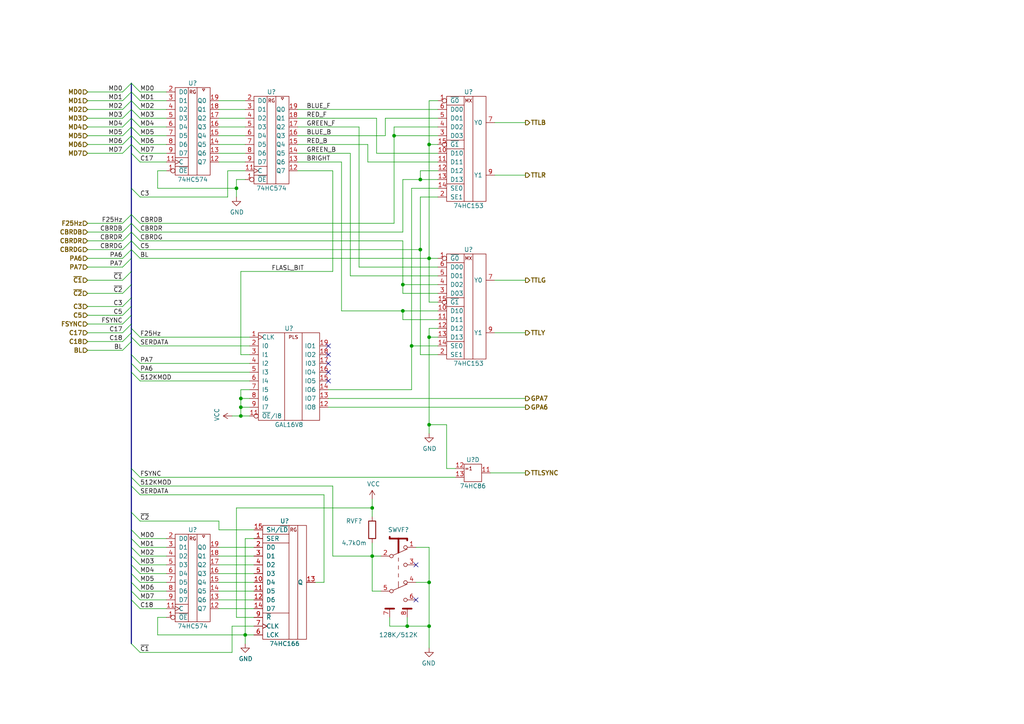
<source format=kicad_sch>
(kicad_sch (version 20211123) (generator eeschema)
  (paper "A4")
  (lib_symbols
    (symbol "74HC574_1" (pin_names (offset 1.016))
      (property "Reference" "U" (at 0 13.97 0))
      (property "Value" "74HC574_1" (at 0 -13.97 0))
      (symbol "74HC574_1_0_1"
        (polyline (pts (xy -5.08 -7.62) (xy -1.27 -7.62)))
        (polyline (pts (xy -1.27 -10.16) (xy -5.08 -10.16)))
        (polyline (pts (xy -1.27 12.7) (xy -1.27 -12.7)))
        (polyline (pts (xy 1.27 -12.7) (xy 1.27 12.7)))
        (polyline (pts (xy 3.175 11.684) (xy 2.794 12.319) (xy 3.556 12.319) (xy 3.175 11.684)))
      )
      (symbol "74HC574_1_1_1"
        (rectangle (start -5.08 -12.7) (end 5.08 12.7))
        (text "RG" (at 0 11.43 0) (effects (font (size 1 1))))
        (pin input inverted (at -7.62 -11.43 0) (length 2.54) (name "~{OE}") (number "1"))
        (pin power_in line (at 5.08 -12.7 180) (length 0) hide (name "GND") (number "10"))
        (pin input clock (at -7.62 -8.89 0) (length 2.54) (name "C") (number "11"))
        (pin tri_state line (at 7.62 -8.89 180) (length 2.54) (name "Q7") (number "12"))
        (pin tri_state line (at 7.62 -6.35 180) (length 2.54) (name "Q6") (number "13"))
        (pin tri_state line (at 7.62 -3.81 180) (length 2.54) (name "Q5") (number "14"))
        (pin tri_state line (at 7.62 -1.27 180) (length 2.54) (name "Q4") (number "15"))
        (pin tri_state line (at 7.62 1.27 180) (length 2.54) (name "Q3") (number "16"))
        (pin tri_state line (at 7.62 3.81 180) (length 2.54) (name "Q2") (number "17"))
        (pin tri_state line (at 7.62 6.35 180) (length 2.54) (name "Q1") (number "18"))
        (pin tri_state line (at 7.62 8.89 180) (length 2.54) (name "Q0") (number "19"))
        (pin input line (at -7.62 11.43 0) (length 2.54) (name "D0") (number "2"))
        (pin power_in line (at 5.08 12.7 180) (length 0) hide (name "VCC") (number "20"))
        (pin input line (at -7.62 8.89 0) (length 2.54) (name "D1") (number "3"))
        (pin input line (at -7.62 6.35 0) (length 2.54) (name "D2") (number "4"))
        (pin input line (at -7.62 3.81 0) (length 2.54) (name "D3") (number "5"))
        (pin input line (at -7.62 1.27 0) (length 2.54) (name "D4") (number "6"))
        (pin input line (at -7.62 -1.27 0) (length 2.54) (name "D5") (number "7"))
        (pin input line (at -7.62 -3.81 0) (length 2.54) (name "D6") (number "8"))
        (pin input line (at -7.62 -6.35 0) (length 2.54) (name "D7") (number "9"))
      )
    )
    (symbol "74HC574_2" (pin_names (offset 1.016))
      (property "Reference" "U" (at 0 13.97 0))
      (property "Value" "74HC574_2" (at 0 -13.97 0))
      (symbol "74HC574_2_0_1"
        (polyline (pts (xy -5.08 -7.62) (xy -1.27 -7.62)))
        (polyline (pts (xy -1.27 -10.16) (xy -5.08 -10.16)))
        (polyline (pts (xy -1.27 12.7) (xy -1.27 -12.7)))
        (polyline (pts (xy 1.27 -12.7) (xy 1.27 12.7)))
        (polyline (pts (xy 3.175 11.684) (xy 2.794 12.319) (xy 3.556 12.319) (xy 3.175 11.684)))
      )
      (symbol "74HC574_2_1_1"
        (rectangle (start -5.08 -12.7) (end 5.08 12.7))
        (text "RG" (at 0 11.43 0) (effects (font (size 1 1))))
        (pin input inverted (at -7.62 -11.43 0) (length 2.54) (name "~{OE}") (number "1"))
        (pin power_in line (at 5.08 -12.7 180) (length 0) hide (name "GND") (number "10"))
        (pin input clock (at -7.62 -8.89 0) (length 2.54) (name "C") (number "11"))
        (pin tri_state line (at 7.62 -8.89 180) (length 2.54) (name "Q7") (number "12"))
        (pin tri_state line (at 7.62 -6.35 180) (length 2.54) (name "Q6") (number "13"))
        (pin tri_state line (at 7.62 -3.81 180) (length 2.54) (name "Q5") (number "14"))
        (pin tri_state line (at 7.62 -1.27 180) (length 2.54) (name "Q4") (number "15"))
        (pin tri_state line (at 7.62 1.27 180) (length 2.54) (name "Q3") (number "16"))
        (pin tri_state line (at 7.62 3.81 180) (length 2.54) (name "Q2") (number "17"))
        (pin tri_state line (at 7.62 6.35 180) (length 2.54) (name "Q1") (number "18"))
        (pin tri_state line (at 7.62 8.89 180) (length 2.54) (name "Q0") (number "19"))
        (pin input line (at -7.62 11.43 0) (length 2.54) (name "D0") (number "2"))
        (pin power_in line (at 5.08 12.7 180) (length 0) hide (name "VCC") (number "20"))
        (pin input line (at -7.62 8.89 0) (length 2.54) (name "D1") (number "3"))
        (pin input line (at -7.62 6.35 0) (length 2.54) (name "D2") (number "4"))
        (pin input line (at -7.62 3.81 0) (length 2.54) (name "D3") (number "5"))
        (pin input line (at -7.62 1.27 0) (length 2.54) (name "D4") (number "6"))
        (pin input line (at -7.62 -1.27 0) (length 2.54) (name "D5") (number "7"))
        (pin input line (at -7.62 -3.81 0) (length 2.54) (name "D6") (number "8"))
        (pin input line (at -7.62 -6.35 0) (length 2.54) (name "D7") (number "9"))
      )
    )
    (symbol "74IEC:74HC166" (pin_names (offset 1.016))
      (property "Reference" "U" (at 0 17.78 0))
      (property "Value" "74HC166" (at 0 -17.78 0))
      (symbol "74HC166_0_0"
        (polyline (pts (xy -6.35 13.97) (xy 1.27 13.97)))
        (polyline (pts (xy 3.81 16.51) (xy 3.81 -16.51)))
        (text "RG" (at 2.54 15.24 0) (effects (font (size 1 1))))
      )
      (symbol "74HC166_0_1"
        (rectangle (start -6.35 16.51) (end 6.35 -16.51))
        (polyline (pts (xy -6.35 -8.89) (xy 1.27 -8.89)))
        (polyline (pts (xy -6.35 11.43) (xy 1.27 11.43)))
        (polyline (pts (xy 1.27 13.97) (xy 1.27 16.51) (xy 1.27 -15.24) (xy 1.27 -16.51)))
        (pin power_in line (at 6.35 16.51 180) (length 0) hide (name "VCC") (number "16"))
        (pin power_in line (at 6.35 -16.51 180) (length 0) hide (name "GND") (number "8"))
      )
      (symbol "74HC166_1_1"
        (pin input line (at -8.89 12.7 0) (length 2.54) (name "SER") (number "1"))
        (pin input line (at -8.89 0 0) (length 2.54) (name "D4") (number "10"))
        (pin input line (at -8.89 -2.54 0) (length 2.54) (name "D5") (number "11"))
        (pin input line (at -8.89 -5.08 0) (length 2.54) (name "D6") (number "12"))
        (pin output line (at 8.89 0 180) (length 2.54) (name "Q") (number "13"))
        (pin input line (at -8.89 -7.62 0) (length 2.54) (name "D7") (number "14"))
        (pin input line (at -8.89 15.24 0) (length 2.54) (name "SH/~{LD}") (number "15"))
        (pin input line (at -8.89 10.16 0) (length 2.54) (name "D0") (number "2"))
        (pin input line (at -8.89 7.62 0) (length 2.54) (name "D1") (number "3"))
        (pin input line (at -8.89 5.08 0) (length 2.54) (name "D2") (number "4"))
        (pin input line (at -8.89 2.54 0) (length 2.54) (name "D3") (number "5"))
        (pin input line (at -8.89 -15.24 0) (length 2.54) (name "LCK") (number "6"))
        (pin input clock (at -8.89 -12.7 0) (length 2.54) (name "CLK") (number "7"))
        (pin input line (at -8.89 -10.16 0) (length 2.54) (name "~{R}") (number "9"))
      )
    )
    (symbol "74IEC:74HC574" (pin_names (offset 1.016))
      (property "Reference" "U" (at 0 13.97 0))
      (property "Value" "74HC574" (at 0 -13.97 0))
      (symbol "74HC574_0_1"
        (polyline (pts (xy -5.08 -7.62) (xy -1.27 -7.62)))
        (polyline (pts (xy -1.27 -10.16) (xy -5.08 -10.16)))
        (polyline (pts (xy -1.27 12.7) (xy -1.27 -12.7)))
        (polyline (pts (xy 1.27 -12.7) (xy 1.27 12.7)))
        (polyline (pts (xy 3.175 11.684) (xy 2.794 12.319) (xy 3.556 12.319) (xy 3.175 11.684)))
      )
      (symbol "74HC574_1_1"
        (rectangle (start -5.08 -12.7) (end 5.08 12.7))
        (text "RG" (at 0 11.43 0) (effects (font (size 1 1))))
        (pin input inverted (at -7.62 -11.43 0) (length 2.54) (name "~{OE}") (number "1"))
        (pin power_in line (at 5.08 -12.7 180) (length 0) hide (name "GND") (number "10"))
        (pin input clock (at -7.62 -8.89 0) (length 2.54) (name "C") (number "11"))
        (pin tri_state line (at 7.62 -8.89 180) (length 2.54) (name "Q7") (number "12"))
        (pin tri_state line (at 7.62 -6.35 180) (length 2.54) (name "Q6") (number "13"))
        (pin tri_state line (at 7.62 -3.81 180) (length 2.54) (name "Q5") (number "14"))
        (pin tri_state line (at 7.62 -1.27 180) (length 2.54) (name "Q4") (number "15"))
        (pin tri_state line (at 7.62 1.27 180) (length 2.54) (name "Q3") (number "16"))
        (pin tri_state line (at 7.62 3.81 180) (length 2.54) (name "Q2") (number "17"))
        (pin tri_state line (at 7.62 6.35 180) (length 2.54) (name "Q1") (number "18"))
        (pin tri_state line (at 7.62 8.89 180) (length 2.54) (name "Q0") (number "19"))
        (pin input line (at -7.62 11.43 0) (length 2.54) (name "D0") (number "2"))
        (pin power_in line (at 5.08 12.7 180) (length 0) hide (name "VCC") (number "20"))
        (pin input line (at -7.62 8.89 0) (length 2.54) (name "D1") (number "3"))
        (pin input line (at -7.62 6.35 0) (length 2.54) (name "D2") (number "4"))
        (pin input line (at -7.62 3.81 0) (length 2.54) (name "D3") (number "5"))
        (pin input line (at -7.62 1.27 0) (length 2.54) (name "D4") (number "6"))
        (pin input line (at -7.62 -1.27 0) (length 2.54) (name "D5") (number "7"))
        (pin input line (at -7.62 -3.81 0) (length 2.54) (name "D6") (number "8"))
        (pin input line (at -7.62 -6.35 0) (length 2.54) (name "D7") (number "9"))
      )
    )
    (symbol "74IEC:74HC86" (pin_names (offset 1.016) hide)
      (property "Reference" "U" (at 0 3.81 0))
      (property "Value" "74HC86" (at 0 -3.81 0))
      (symbol "74HC86_0_0"
        (text "=1" (at -1.27 1.27 0) (effects (font (size 1 1))))
      )
      (symbol "74HC86_0_1"
        (rectangle (start -2.54 -2.54) (end 2.54 2.54))
        (pin power_in line (at 2.54 2.54 180) (length 0) hide (name "VCC") (number "14"))
        (pin power_in line (at 2.54 -2.54 180) (length 0) hide (name "GND") (number "7"))
      )
      (symbol "74HC86_1_1"
        (pin input line (at -5.08 1.27 0) (length 2.54) (name "A") (number "1"))
        (pin input line (at -5.08 -1.27 0) (length 2.54) (name "B") (number "2"))
        (pin output line (at 5.08 0 180) (length 2.54) (name "Y") (number "3"))
      )
      (symbol "74HC86_2_1"
        (pin input line (at -5.08 1.27 0) (length 2.54) (name "A") (number "4"))
        (pin input line (at -5.08 -1.27 0) (length 2.54) (name "B") (number "5"))
        (pin output line (at 5.08 0 180) (length 2.54) (name "Y") (number "6"))
      )
      (symbol "74HC86_3_1"
        (pin input line (at -5.08 -1.27 0) (length 2.54) (name "B") (number "10"))
        (pin output line (at 5.08 0 180) (length 2.54) (name "Y") (number "8"))
        (pin input line (at -5.08 1.27 0) (length 2.54) (name "A") (number "9"))
      )
      (symbol "74HC86_4_1"
        (pin output line (at 5.08 0 180) (length 2.54) (name "Y") (number "11"))
        (pin input line (at -5.08 1.27 0) (length 2.54) (name "A") (number "12"))
        (pin input line (at -5.08 -1.27 0) (length 2.54) (name "B") (number "13"))
      )
    )
    (symbol "74IEC:74XX153" (pin_names (offset 1.016))
      (property "Reference" "U" (at 0 16.51 0))
      (property "Value" "74XX153" (at 0 -16.51 0))
      (symbol "74XX153_0_0"
        (polyline (pts (xy -6.35 -10.16) (xy -1.27 -10.16)))
        (polyline (pts (xy -6.35 0) (xy -1.27 0)))
        (polyline (pts (xy -6.35 2.54) (xy -1.27 2.54)))
        (polyline (pts (xy -6.35 12.7) (xy -1.27 12.7)))
        (text "MX" (at 0 13.97 0) (effects (font (size 1 1))))
      )
      (symbol "74XX153_0_1"
        (rectangle (start -6.35 -15.24) (end 5.08 15.24))
        (polyline (pts (xy -1.27 15.24) (xy -1.27 -15.24)))
        (polyline (pts (xy 1.27 -15.24) (xy 1.27 15.24)))
        (pin power_in line (at 5.08 15.24 180) (length 0) hide (name "VCC") (number "16"))
        (pin power_in line (at 5.08 -15.24 180) (length 0) hide (name "GND") (number "8"))
      )
      (symbol "74XX153_1_1"
        (pin input inverted (at -8.89 13.97 0) (length 2.54) (name "~{G0}") (number "1"))
        (pin input line (at -8.89 -1.27 0) (length 2.54) (name "D10") (number "10"))
        (pin input line (at -8.89 -3.81 0) (length 2.54) (name "D11") (number "11"))
        (pin input line (at -8.89 -6.35 0) (length 2.54) (name "D12") (number "12"))
        (pin input line (at -8.89 -8.89 0) (length 2.54) (name "D13") (number "13"))
        (pin input line (at -8.89 -11.43 0) (length 2.54) (name "SE0") (number "14"))
        (pin input inverted (at -8.89 1.27 0) (length 2.54) (name "~{G1}") (number "15"))
        (pin input line (at -8.89 -13.97 0) (length 2.54) (name "SE1") (number "2"))
        (pin input line (at -8.89 3.81 0) (length 2.54) (name "D03") (number "3"))
        (pin input line (at -8.89 6.35 0) (length 2.54) (name "D02") (number "4"))
        (pin input line (at -8.89 8.89 0) (length 2.54) (name "D01") (number "5"))
        (pin input line (at -8.89 11.43 0) (length 2.54) (name "D00") (number "6"))
        (pin output line (at 7.62 7.62 180) (length 2.54) (name "Y0") (number "7"))
        (pin output line (at 7.62 -7.62 180) (length 2.54) (name "Y1") (number "9"))
      )
    )
    (symbol "74XX153_1" (pin_names (offset 1.016))
      (property "Reference" "U" (at 0 16.51 0))
      (property "Value" "74XX153_1" (at 0 -16.51 0))
      (symbol "74XX153_1_0_0"
        (polyline (pts (xy -6.35 -10.16) (xy -1.27 -10.16)))
        (polyline (pts (xy -6.35 0) (xy -1.27 0)))
        (polyline (pts (xy -6.35 2.54) (xy -1.27 2.54)))
        (polyline (pts (xy -6.35 12.7) (xy -1.27 12.7)))
        (text "MX" (at 0 13.97 0) (effects (font (size 1 1))))
      )
      (symbol "74XX153_1_0_1"
        (rectangle (start -6.35 -15.24) (end 5.08 15.24))
        (polyline (pts (xy -1.27 15.24) (xy -1.27 -15.24)))
        (polyline (pts (xy 1.27 -15.24) (xy 1.27 15.24)))
        (pin power_in line (at 5.08 15.24 180) (length 0) hide (name "VCC") (number "16"))
        (pin power_in line (at 5.08 -15.24 180) (length 0) hide (name "GND") (number "8"))
      )
      (symbol "74XX153_1_1_1"
        (pin input inverted (at -8.89 13.97 0) (length 2.54) (name "~{G0}") (number "1"))
        (pin input line (at -8.89 -1.27 0) (length 2.54) (name "D10") (number "10"))
        (pin input line (at -8.89 -3.81 0) (length 2.54) (name "D11") (number "11"))
        (pin input line (at -8.89 -6.35 0) (length 2.54) (name "D12") (number "12"))
        (pin input line (at -8.89 -8.89 0) (length 2.54) (name "D13") (number "13"))
        (pin input line (at -8.89 -11.43 0) (length 2.54) (name "SE0") (number "14"))
        (pin input inverted (at -8.89 1.27 0) (length 2.54) (name "~{G1}") (number "15"))
        (pin input line (at -8.89 -13.97 0) (length 2.54) (name "SE1") (number "2"))
        (pin input line (at -8.89 3.81 0) (length 2.54) (name "D03") (number "3"))
        (pin input line (at -8.89 6.35 0) (length 2.54) (name "D02") (number "4"))
        (pin input line (at -8.89 8.89 0) (length 2.54) (name "D01") (number "5"))
        (pin input line (at -8.89 11.43 0) (length 2.54) (name "D00") (number "6"))
        (pin output line (at 7.62 7.62 180) (length 2.54) (name "Y0") (number "7"))
        (pin output line (at 7.62 -7.62 180) (length 2.54) (name "Y1") (number "9"))
      )
    )
    (symbol "Device:R" (pin_numbers hide) (pin_names (offset 0))
      (property "Reference" "R" (at 2.032 0 90))
      (property "Value" "R" (at 0 0 90))
      (symbol "R_0_1"
        (rectangle (start -1.016 -2.54) (end 1.016 2.54) (stroke (width 0.254)))
      )
      (symbol "R_1_1"
        (pin passive line (at 0 3.81 270) (length 1.27) (name "~") (number "1"))
        (pin passive line (at 0 -3.81 90) (length 1.27) (name "~") (number "2"))
      )
    )
    (symbol "Gal:GAL16V8" (pin_names (offset 1.016))
      (property "Reference" "U" (at 0 13.97 0))
      (property "Value" "GAL16V8" (at 0 -13.97 0))
      (symbol "GAL16V8_0_0"
        (rectangle (start -8.89 12.7) (end 8.89 -12.7))
        (polyline (pts (xy -1.27 12.7) (xy -1.27 -12.7)))
        (polyline (pts (xy 3.81 12.7) (xy 3.81 -12.7)))
        (text "PLS" (at 1.27 11.43 0) (effects (font (size 1 1))))
      )
      (symbol "GAL16V8_0_1"
        (pin power_in line (at 8.89 -12.7 180) (length 0) hide (name "GND") (number "10"))
        (pin power_in line (at 8.89 12.7 180) (length 0) hide (name "VCC") (number "20"))
      )
      (symbol "GAL16V8_1_1"
        (pin input clock (at -11.43 11.43 0) (length 2.54) (name "CLK") (number "1"))
        (pin input inverted (at -11.43 -11.43 0) (length 2.54) (name "~{OE}/I8") (number "11"))
        (pin bidirectional line (at 11.43 -8.89 180) (length 2.54) (name "IO8") (number "12"))
        (pin bidirectional line (at 11.43 -6.35 180) (length 2.54) (name "IO7") (number "13"))
        (pin bidirectional line (at 11.43 -3.81 180) (length 2.54) (name "IO6") (number "14"))
        (pin bidirectional line (at 11.43 -1.27 180) (length 2.54) (name "IO5") (number "15"))
        (pin bidirectional line (at 11.43 1.27 180) (length 2.54) (name "IO4") (number "16"))
        (pin bidirectional line (at 11.43 3.81 180) (length 2.54) (name "I03") (number "17"))
        (pin bidirectional line (at 11.43 6.35 180) (length 2.54) (name "IO2") (number "18"))
        (pin bidirectional line (at 11.43 8.89 180) (length 2.54) (name "IO1") (number "19"))
        (pin input line (at -11.43 8.89 0) (length 2.54) (name "I0") (number "2"))
        (pin input line (at -11.43 6.35 0) (length 2.54) (name "I1") (number "3"))
        (pin input line (at -11.43 3.81 0) (length 2.54) (name "I2") (number "4"))
        (pin input line (at -11.43 1.27 0) (length 2.54) (name "I3") (number "5"))
        (pin input line (at -11.43 -1.27 0) (length 2.54) (name "I4") (number "6"))
        (pin input line (at -11.43 -3.81 0) (length 2.54) (name "I5") (number "7"))
        (pin input line (at -11.43 -6.35 0) (length 2.54) (name "I6") (number "8"))
        (pin input line (at -11.43 -8.89 0) (length 2.54) (name "I7") (number "9"))
      )
    )
    (symbol "power:GND" (power) (pin_names (offset 0))
      (property "Value" "GND" (at 0 -3.81 0))
      (symbol "GND_0_1"
        (polyline (pts (xy 0 0) (xy 0 -1.27) (xy 1.27 -1.27) (xy 0 -2.54) (xy -1.27 -1.27) (xy 0 -1.27)))
      )
      (symbol "GND_1_1"
        (pin power_in line (at 0 0 270) (length 0) hide (name "GND") (number "1"))
      )
    )
    (symbol "power:VCC" (power) (pin_names (offset 0))
      (property "Value" "VCC" (at 0 3.81 0))
      (symbol "VCC_0_1"
        (polyline (pts (xy -0.762 1.27) (xy 0 2.54)))
        (polyline (pts (xy 0 0) (xy 0 2.54)))
        (polyline (pts (xy 0 2.54) (xy 0.762 1.27)))
      )
      (symbol "VCC_1_1"
        (pin power_in line (at 0 0 90) (length 0) hide (name "VCC") (number "1"))
      )
    )
    (symbol "zx_custom_symbol:SW_Push_DPDT" (pin_names hide)
      (property "Reference" "SWIO?" (at 0 10.16 0))
      (symbol "SW_Push_DPDT_0_0"
        (circle (center -2.032 -5.08) (radius 0.508))
        (circle (center -2.032 5.08) (radius 0.508))
        (circle (center 2.032 -7.62) (radius 0.508))
        (circle (center 2.032 2.54) (radius 0.508))
      )
      (symbol "SW_Push_DPDT_0_1"
        (polyline (pts (xy -3.81 -10.16) (xy -1.27 -10.16)) (stroke (width 0.5)))
        (polyline (pts (xy -2.54 10.668) (xy -2.54 10.16)) (stroke (width 0.5)))
        (polyline (pts (xy -1.524 -4.826) (xy 2.54 -3.048)))
        (polyline (pts (xy -1.524 5.334) (xy 2.54 7.112)))
        (polyline (pts (xy 0 -2.286) (xy 0 -4.064)))
        (polyline (pts (xy 0 -1.016) (xy 0 0)))
        (polyline (pts (xy 0 1.27) (xy 0 2.286)))
        (polyline (pts (xy 0 3.556) (xy 0 4.572)))
        (polyline (pts (xy 0 10.16) (xy 0 6.096)) (stroke (width 0.5)))
        (polyline (pts (xy 1.27 -10.16) (xy 3.81 -10.16)) (stroke (width 0.5)))
        (polyline (pts (xy -2.54 10.16) (xy 2.54 10.16) (xy 2.54 9.652)) (stroke (width 0.5)))
        (circle (center 2.032 -2.54) (radius 0.508))
        (circle (center 2.032 7.62) (radius 0.508))
      )
      (symbol "SW_Push_DPDT_1_1"
        (pin passive line (at 5.08 7.62 180) (length 2.54) (name "A") (number "1"))
        (pin passive line (at -5.08 5.08 0) (length 2.54) (name "B") (number "2"))
        (pin passive line (at 5.08 2.54 180) (length 2.54) (name "C") (number "3"))
        (pin passive line (at 5.08 -2.54 180) (length 2.54) (name "A") (number "4"))
        (pin passive line (at -5.08 -5.08 0) (length 2.54) (name "B") (number "5"))
        (pin passive line (at 5.08 -7.62 180) (length 2.54) (name "C") (number "6"))
        (pin passive line (at -2.54 -12.7 90) (length 2.54) (name "~") (number "7"))
        (pin passive line (at 2.54 -12.7 90) (length 2.54) (name "") (number "8"))
      )
    )
  )
  (junction (at 124.46 74.93))
  (junction (at 124.46 123.19))
  (junction (at 114.3 39.37))
  (junction (at 68.58 54.61))
  (junction (at 119.38 100.33))
  (junction (at 124.46 181.61))
  (junction (at 71.12 184.15))
  (junction (at 121.92 52.07))
  (junction (at 69.85 115.57))
  (junction (at 69.85 120.65))
  (junction (at 124.46 97.79))
  (junction (at 118.11 181.61))
  (junction (at 124.46 41.91))
  (junction (at 124.46 168.91))
  (junction (at 116.84 90.17))
  (junction (at 116.84 82.55))
  (junction (at 121.92 72.39))
  (junction (at 107.95 161.29))
  (junction (at 69.85 118.11))
  (junction (at 107.95 147.32))
  (no_connect (at 95.25 105.41))
  (no_connect (at 95.25 100.33))
  (no_connect (at 120.65 163.83))
  (no_connect (at 95.25 110.49))
  (no_connect (at 95.25 107.95))
  (no_connect (at 120.65 173.99))
  (no_connect (at 95.25 102.87))
  (bus_entry (at 35.56 34.29) (size 2.54 -2.54))
  (bus_entry (at 35.56 93.98) (size 2.54 -2.54))
  (bus_entry (at 35.56 31.75) (size 2.54 -2.54))
  (bus_entry (at 38.1 95.25) (size 2.54 2.54))
  (bus_entry (at 40.64 31.75) (size -2.54 -2.54))
  (bus_entry (at 40.64 44.45) (size -2.54 -2.54))
  (bus_entry (at 40.64 156.21) (size -2.54 -2.54))
  (bus_entry (at 38.1 102.87) (size 2.54 2.54))
  (bus_entry (at 40.64 39.37) (size -2.54 -2.54))
  (bus_entry (at 38.1 161.29) (size 2.54 2.54))
  (bus_entry (at 38.1 62.23) (size 2.54 2.54))
  (bus_entry (at 40.64 36.83) (size -2.54 -2.54))
  (bus_entry (at 38.1 44.45) (size 2.54 2.54))
  (bus_entry (at 35.56 64.77) (size 2.54 -2.54))
  (bus_entry (at 40.64 173.99) (size -2.54 -2.54))
  (bus_entry (at 35.56 44.45) (size 2.54 -2.54))
  (bus_entry (at 35.56 91.44) (size 2.54 -2.54))
  (bus_entry (at 35.56 85.09) (size 2.54 -2.54))
  (bus_entry (at 38.1 54.61) (size 2.54 2.54))
  (bus_entry (at 38.1 156.21) (size 2.54 2.54))
  (bus_entry (at 38.1 138.43) (size 2.54 2.54))
  (bus_entry (at 38.1 186.69) (size 2.54 2.54))
  (bus_entry (at 38.1 173.99) (size 2.54 2.54))
  (bus_entry (at 35.56 26.67) (size 2.54 -2.54))
  (bus_entry (at 38.1 64.77) (size 2.54 2.54))
  (bus_entry (at 38.1 148.59) (size 2.54 2.54))
  (bus_entry (at 35.56 88.9) (size 2.54 -2.54))
  (bus_entry (at 35.56 67.31) (size 2.54 -2.54))
  (bus_entry (at 35.56 41.91) (size 2.54 -2.54))
  (bus_entry (at 40.64 34.29) (size -2.54 -2.54))
  (bus_entry (at 35.56 96.52) (size 2.54 -2.54))
  (bus_entry (at 35.56 69.85) (size 2.54 -2.54))
  (bus_entry (at 35.56 101.6) (size 2.54 -2.54))
  (bus_entry (at 35.56 77.47) (size 2.54 -2.54))
  (bus_entry (at 38.1 26.67) (size 2.54 2.54))
  (bus_entry (at 40.64 26.67) (size -2.54 -2.54))
  (bus_entry (at 38.1 163.83) (size 2.54 2.54))
  (bus_entry (at 40.64 161.29) (size -2.54 -2.54))
  (bus_entry (at 38.1 97.79) (size 2.54 2.54))
  (bus_entry (at 38.1 69.85) (size 2.54 2.54))
  (bus_entry (at 35.56 99.06) (size 2.54 -2.54))
  (bus_entry (at 38.1 72.39) (size 2.54 2.54))
  (bus_entry (at 35.56 36.83) (size 2.54 -2.54))
  (bus_entry (at 35.56 81.28) (size 2.54 -2.54))
  (bus_entry (at 40.64 171.45) (size -2.54 -2.54))
  (bus_entry (at 35.56 29.21) (size 2.54 -2.54))
  (bus_entry (at 38.1 67.31) (size 2.54 2.54))
  (bus_entry (at 35.56 39.37) (size 2.54 -2.54))
  (bus_entry (at 35.56 72.39) (size 2.54 -2.54))
  (bus_entry (at 40.64 41.91) (size -2.54 -2.54))
  (bus_entry (at 35.56 74.93) (size 2.54 -2.54))
  (bus_entry (at 40.64 168.91) (size -2.54 -2.54))
  (bus_entry (at 38.1 107.95) (size 2.54 2.54))
  (bus_entry (at 38.1 105.41) (size 2.54 2.54))
  (bus_entry (at 38.1 135.89) (size 2.54 2.54))
  (bus_entry (at 38.1 140.97) (size 2.54 2.54))
  (bus (pts (xy 38.1 163.83) (xy 38.1 166.37)))
  (bus (pts (xy 38.1 140.97) (xy 38.1 148.59)))
  (wire (pts (xy 127 54.61) (xy 119.38 54.61)))
  (wire (pts (xy 40.64 29.21) (xy 48.26 29.21)))
  (wire (pts (xy 40.64 163.83) (xy 48.26 163.83)))
  (wire (pts (xy 40.64 156.21) (xy 48.26 156.21)))
  (wire (pts (xy 114.3 39.37) (xy 127 39.37)))
  (wire (pts (xy 69.85 102.87) (xy 72.39 102.87)))
  (wire (pts (xy 72.39 110.49) (xy 40.64 110.49)))
  (wire (pts (xy 109.22 34.29) (xy 109.22 44.45)))
  (wire (pts (xy 107.95 161.29) (xy 96.52 161.29)))
  (wire (pts (xy 143.51 96.52) (xy 152.4 96.52)))
  (wire (pts (xy 71.12 49.53) (xy 66.04 49.53)))
  (wire (pts (xy 96.52 78.74) (xy 96.52 49.53)))
  (wire (pts (xy 124.46 168.91) (xy 124.46 181.61)))
  (bus (pts (xy 38.1 24.13) (xy 38.1 26.67)))
  (wire (pts (xy 72.39 120.65) (xy 69.85 120.65)))
  (wire (pts (xy 40.64 168.91) (xy 48.26 168.91)))
  (wire (pts (xy 116.84 82.55) (xy 127 82.55)))
  (wire (pts (xy 40.64 171.45) (xy 48.26 171.45)))
  (bus (pts (xy 38.1 39.37) (xy 38.1 41.91)))
  (bus (pts (xy 38.1 148.59) (xy 38.1 153.67)))
  (wire (pts (xy 63.5 166.37) (xy 73.66 166.37)))
  (wire (pts (xy 124.46 29.21) (xy 124.46 41.91)))
  (wire (pts (xy 25.4 101.6) (xy 35.56 101.6)))
  (wire (pts (xy 96.52 161.29) (xy 96.52 140.97)))
  (bus (pts (xy 38.1 62.23) (xy 38.1 64.77)))
  (wire (pts (xy 25.4 74.93) (xy 35.56 74.93)))
  (wire (pts (xy 101.6 80.01) (xy 127 80.01)))
  (wire (pts (xy 107.95 161.29) (xy 110.49 161.29)))
  (wire (pts (xy 40.64 44.45) (xy 48.26 44.45)))
  (wire (pts (xy 73.66 184.15) (xy 71.12 184.15)))
  (wire (pts (xy 63.5 153.67) (xy 73.66 153.67)))
  (wire (pts (xy 48.26 49.53) (xy 45.72 49.53)))
  (wire (pts (xy 25.4 77.47) (xy 35.56 77.47)))
  (wire (pts (xy 35.56 67.31) (xy 25.4 67.31)))
  (wire (pts (xy 91.44 168.91) (xy 93.98 168.91)))
  (wire (pts (xy 69.85 102.87) (xy 69.85 78.74)))
  (bus (pts (xy 38.1 74.93) (xy 38.1 78.74)))
  (bus (pts (xy 38.1 158.75) (xy 38.1 161.29)))
  (wire (pts (xy 120.65 158.75) (xy 124.46 158.75)))
  (wire (pts (xy 40.64 140.97) (xy 96.52 140.97)))
  (wire (pts (xy 95.25 118.11) (xy 152.4 118.11)))
  (wire (pts (xy 124.46 181.61) (xy 124.46 187.96)))
  (wire (pts (xy 66.04 57.15) (xy 40.64 57.15)))
  (wire (pts (xy 40.64 72.39) (xy 121.92 72.39)))
  (wire (pts (xy 109.22 44.45) (xy 127 44.45)))
  (bus (pts (xy 38.1 72.39) (xy 38.1 74.93)))
  (wire (pts (xy 71.12 156.21) (xy 73.66 156.21)))
  (wire (pts (xy 127 29.21) (xy 124.46 29.21)))
  (wire (pts (xy 107.95 147.32) (xy 107.95 149.86)))
  (wire (pts (xy 121.92 52.07) (xy 127 52.07)))
  (wire (pts (xy 73.66 181.61) (xy 67.31 181.61)))
  (wire (pts (xy 69.85 120.65) (xy 69.85 118.11)))
  (wire (pts (xy 121.92 49.53) (xy 121.92 52.07)))
  (wire (pts (xy 113.03 179.07) (xy 113.03 181.61)))
  (wire (pts (xy 25.4 41.91) (xy 35.56 41.91)))
  (wire (pts (xy 127 102.87) (xy 121.92 102.87)))
  (wire (pts (xy 25.4 96.52) (xy 35.56 96.52)))
  (wire (pts (xy 124.46 74.93) (xy 40.64 74.93)))
  (wire (pts (xy 119.38 113.03) (xy 119.38 100.33)))
  (wire (pts (xy 119.38 100.33) (xy 127 100.33)))
  (bus (pts (xy 38.1 67.31) (xy 38.1 69.85)))
  (bus (pts (xy 38.1 173.99) (xy 38.1 186.69)))
  (bus (pts (xy 38.1 166.37) (xy 38.1 168.91)))
  (wire (pts (xy 124.46 97.79) (xy 127 97.79)))
  (wire (pts (xy 127 85.09) (xy 116.84 85.09)))
  (wire (pts (xy 119.38 113.03) (xy 95.25 113.03)))
  (wire (pts (xy 63.5 158.75) (xy 73.66 158.75)))
  (wire (pts (xy 127 46.99) (xy 106.68 46.99)))
  (wire (pts (xy 25.4 91.44) (xy 35.56 91.44)))
  (wire (pts (xy 104.14 77.47) (xy 127 77.47)))
  (bus (pts (xy 38.1 107.95) (xy 38.1 135.89)))
  (wire (pts (xy 25.4 64.77) (xy 35.56 64.77)))
  (wire (pts (xy 116.84 90.17) (xy 116.84 92.71)))
  (wire (pts (xy 69.85 113.03) (xy 69.85 115.57)))
  (wire (pts (xy 63.5 34.29) (xy 71.12 34.29)))
  (wire (pts (xy 127 90.17) (xy 116.84 90.17)))
  (wire (pts (xy 45.72 49.53) (xy 45.72 54.61)))
  (bus (pts (xy 38.1 93.98) (xy 38.1 95.25)))
  (wire (pts (xy 40.64 26.67) (xy 48.26 26.67)))
  (wire (pts (xy 119.38 54.61) (xy 119.38 100.33)))
  (wire (pts (xy 72.39 113.03) (xy 69.85 113.03)))
  (wire (pts (xy 99.06 46.99) (xy 86.36 46.99)))
  (wire (pts (xy 71.12 184.15) (xy 45.72 184.15)))
  (wire (pts (xy 114.3 39.37) (xy 114.3 64.77)))
  (wire (pts (xy 25.4 44.45) (xy 35.56 44.45)))
  (wire (pts (xy 25.4 39.37) (xy 35.56 39.37)))
  (wire (pts (xy 69.85 118.11) (xy 69.85 115.57)))
  (wire (pts (xy 67.31 181.61) (xy 67.31 189.23)))
  (wire (pts (xy 63.5 153.67) (xy 63.5 151.13)))
  (wire (pts (xy 71.12 184.15) (xy 71.12 156.21)))
  (wire (pts (xy 63.5 163.83) (xy 73.66 163.83)))
  (wire (pts (xy 107.95 147.32) (xy 107.95 144.78)))
  (bus (pts (xy 38.1 102.87) (xy 38.1 105.41)))
  (wire (pts (xy 124.46 123.19) (xy 129.54 123.19)))
  (wire (pts (xy 93.98 143.51) (xy 40.64 143.51)))
  (wire (pts (xy 25.4 99.06) (xy 35.56 99.06)))
  (bus (pts (xy 38.1 69.85) (xy 38.1 72.39)))
  (wire (pts (xy 86.36 31.75) (xy 127 31.75)))
  (wire (pts (xy 121.92 72.39) (xy 121.92 102.87)))
  (wire (pts (xy 72.39 100.33) (xy 40.64 100.33)))
  (wire (pts (xy 118.11 179.07) (xy 118.11 181.61)))
  (bus (pts (xy 38.1 138.43) (xy 38.1 140.97)))
  (wire (pts (xy 45.72 54.61) (xy 68.58 54.61)))
  (wire (pts (xy 116.84 92.71) (xy 127 92.71)))
  (wire (pts (xy 124.46 74.93) (xy 127 74.93)))
  (wire (pts (xy 40.64 34.29) (xy 48.26 34.29)))
  (wire (pts (xy 25.4 31.75) (xy 35.56 31.75)))
  (wire (pts (xy 106.68 46.99) (xy 106.68 41.91)))
  (wire (pts (xy 63.5 31.75) (xy 71.12 31.75)))
  (wire (pts (xy 71.12 52.07) (xy 68.58 52.07)))
  (wire (pts (xy 113.03 181.61) (xy 118.11 181.61)))
  (wire (pts (xy 116.84 52.07) (xy 116.84 67.31)))
  (bus (pts (xy 38.1 88.9) (xy 38.1 91.44)))
  (wire (pts (xy 67.31 189.23) (xy 40.64 189.23)))
  (bus (pts (xy 38.1 54.61) (xy 38.1 62.23)))
  (wire (pts (xy 143.51 50.8) (xy 152.4 50.8)))
  (wire (pts (xy 68.58 147.32) (xy 107.95 147.32)))
  (wire (pts (xy 63.5 36.83) (xy 71.12 36.83)))
  (bus (pts (xy 38.1 64.77) (xy 38.1 67.31)))
  (wire (pts (xy 69.85 115.57) (xy 72.39 115.57)))
  (wire (pts (xy 40.64 105.41) (xy 72.39 105.41)))
  (wire (pts (xy 127 34.29) (xy 111.76 34.29)))
  (wire (pts (xy 110.49 171.45) (xy 107.95 171.45)))
  (wire (pts (xy 71.12 184.15) (xy 71.12 186.69)))
  (wire (pts (xy 116.84 69.85) (xy 40.64 69.85)))
  (wire (pts (xy 63.5 151.13) (xy 40.64 151.13)))
  (bus (pts (xy 38.1 97.79) (xy 38.1 99.06)))
  (wire (pts (xy 63.5 168.91) (xy 73.66 168.91)))
  (wire (pts (xy 93.98 168.91) (xy 93.98 143.51)))
  (wire (pts (xy 86.36 39.37) (xy 111.76 39.37)))
  (wire (pts (xy 40.64 166.37) (xy 48.26 166.37)))
  (wire (pts (xy 111.76 34.29) (xy 111.76 39.37)))
  (wire (pts (xy 48.26 179.07) (xy 45.72 179.07)))
  (wire (pts (xy 63.5 161.29) (xy 73.66 161.29)))
  (bus (pts (xy 38.1 96.52) (xy 38.1 97.79)))
  (wire (pts (xy 25.4 34.29) (xy 35.56 34.29)))
  (wire (pts (xy 25.4 29.21) (xy 35.56 29.21)))
  (wire (pts (xy 69.85 78.74) (xy 96.52 78.74)))
  (wire (pts (xy 124.46 168.91) (xy 120.65 168.91)))
  (wire (pts (xy 124.46 87.63) (xy 127 87.63)))
  (wire (pts (xy 129.54 123.19) (xy 129.54 135.89)))
  (bus (pts (xy 38.1 34.29) (xy 38.1 36.83)))
  (wire (pts (xy 72.39 118.11) (xy 69.85 118.11)))
  (bus (pts (xy 38.1 171.45) (xy 38.1 173.99)))
  (wire (pts (xy 143.51 35.56) (xy 152.4 35.56)))
  (wire (pts (xy 127 95.25) (xy 124.46 95.25)))
  (wire (pts (xy 101.6 44.45) (xy 101.6 80.01)))
  (wire (pts (xy 96.52 49.53) (xy 86.36 49.53)))
  (wire (pts (xy 25.4 88.9) (xy 35.56 88.9)))
  (wire (pts (xy 107.95 161.29) (xy 107.95 157.48)))
  (wire (pts (xy 116.84 67.31) (xy 40.64 67.31)))
  (wire (pts (xy 67.31 120.65) (xy 69.85 120.65)))
  (bus (pts (xy 38.1 26.67) (xy 38.1 29.21)))
  (wire (pts (xy 66.04 49.53) (xy 66.04 57.15)))
  (wire (pts (xy 86.36 44.45) (xy 101.6 44.45)))
  (wire (pts (xy 68.58 54.61) (xy 68.58 57.15)))
  (wire (pts (xy 116.84 90.17) (xy 99.06 90.17)))
  (wire (pts (xy 25.4 93.98) (xy 35.56 93.98)))
  (wire (pts (xy 40.64 31.75) (xy 48.26 31.75)))
  (wire (pts (xy 114.3 64.77) (xy 40.64 64.77)))
  (wire (pts (xy 127 41.91) (xy 124.46 41.91)))
  (wire (pts (xy 121.92 52.07) (xy 116.84 52.07)))
  (bus (pts (xy 38.1 99.06) (xy 38.1 102.87)))
  (bus (pts (xy 38.1 153.67) (xy 38.1 156.21)))
  (wire (pts (xy 142.24 137.16) (xy 152.4 137.16)))
  (bus (pts (xy 38.1 78.74) (xy 38.1 82.55)))
  (wire (pts (xy 35.56 72.39) (xy 25.4 72.39)))
  (wire (pts (xy 63.5 176.53) (xy 73.66 176.53)))
  (wire (pts (xy 118.11 181.61) (xy 124.46 181.61)))
  (wire (pts (xy 68.58 147.32) (xy 68.58 179.07)))
  (wire (pts (xy 114.3 36.83) (xy 114.3 39.37)))
  (bus (pts (xy 38.1 44.45) (xy 38.1 54.61)))
  (bus (pts (xy 38.1 31.75) (xy 38.1 34.29)))
  (wire (pts (xy 40.64 158.75) (xy 48.26 158.75)))
  (wire (pts (xy 106.68 41.91) (xy 86.36 41.91)))
  (wire (pts (xy 40.64 41.91) (xy 48.26 41.91)))
  (wire (pts (xy 63.5 39.37) (xy 71.12 39.37)))
  (wire (pts (xy 63.5 173.99) (xy 73.66 173.99)))
  (wire (pts (xy 63.5 29.21) (xy 71.12 29.21)))
  (wire (pts (xy 143.51 81.28) (xy 152.4 81.28)))
  (wire (pts (xy 107.95 171.45) (xy 107.95 161.29)))
  (wire (pts (xy 45.72 179.07) (xy 45.72 184.15)))
  (wire (pts (xy 99.06 90.17) (xy 99.06 46.99)))
  (wire (pts (xy 40.64 161.29) (xy 48.26 161.29)))
  (bus (pts (xy 38.1 105.41) (xy 38.1 107.95)))
  (bus (pts (xy 38.1 82.55) (xy 38.1 86.36)))
  (wire (pts (xy 132.08 135.89) (xy 129.54 135.89)))
  (wire (pts (xy 124.46 41.91) (xy 124.46 74.93)))
  (wire (pts (xy 68.58 52.07) (xy 68.58 54.61)))
  (wire (pts (xy 63.5 44.45) (xy 71.12 44.45)))
  (wire (pts (xy 124.46 95.25) (xy 124.46 97.79)))
  (wire (pts (xy 63.5 46.99) (xy 71.12 46.99)))
  (wire (pts (xy 86.36 34.29) (xy 109.22 34.29)))
  (bus (pts (xy 38.1 86.36) (xy 38.1 88.9)))
  (wire (pts (xy 48.26 46.99) (xy 40.64 46.99)))
  (bus (pts (xy 38.1 161.29) (xy 38.1 163.83)))
  (bus (pts (xy 38.1 156.21) (xy 38.1 158.75)))
  (wire (pts (xy 95.25 115.57) (xy 152.4 115.57)))
  (wire (pts (xy 86.36 36.83) (xy 104.14 36.83)))
  (wire (pts (xy 104.14 36.83) (xy 104.14 77.47)))
  (bus (pts (xy 38.1 29.21) (xy 38.1 31.75)))
  (wire (pts (xy 25.4 81.28) (xy 35.56 81.28)))
  (wire (pts (xy 40.64 39.37) (xy 48.26 39.37)))
  (bus (pts (xy 38.1 91.44) (xy 38.1 93.98)))
  (bus (pts (xy 38.1 135.89) (xy 38.1 138.43)))
  (wire (pts (xy 121.92 57.15) (xy 121.92 72.39)))
  (wire (pts (xy 68.58 179.07) (xy 73.66 179.07)))
  (wire (pts (xy 127 36.83) (xy 114.3 36.83)))
  (bus (pts (xy 38.1 36.83) (xy 38.1 39.37)))
  (bus (pts (xy 38.1 41.91) (xy 38.1 44.45)))
  (wire (pts (xy 127 49.53) (xy 121.92 49.53)))
  (wire (pts (xy 124.46 97.79) (xy 124.46 123.19)))
  (wire (pts (xy 35.56 69.85) (xy 25.4 69.85)))
  (wire (pts (xy 72.39 97.79) (xy 40.64 97.79)))
  (wire (pts (xy 116.84 85.09) (xy 116.84 82.55)))
  (wire (pts (xy 124.46 123.19) (xy 124.46 125.73)))
  (bus (pts (xy 38.1 95.25) (xy 38.1 96.52)))
  (wire (pts (xy 116.84 82.55) (xy 116.84 69.85)))
  (bus (pts (xy 38.1 168.91) (xy 38.1 171.45)))
  (wire (pts (xy 132.08 138.43) (xy 40.64 138.43)))
  (wire (pts (xy 124.46 74.93) (xy 124.46 87.63)))
  (wire (pts (xy 25.4 26.67) (xy 35.56 26.67)))
  (wire (pts (xy 127 57.15) (xy 121.92 57.15)))
  (wire (pts (xy 40.64 107.95) (xy 72.39 107.95)))
  (wire (pts (xy 63.5 41.91) (xy 71.12 41.91)))
  (wire (pts (xy 124.46 158.75) (xy 124.46 168.91)))
  (wire (pts (xy 40.64 173.99) (xy 48.26 173.99)))
  (wire (pts (xy 48.26 176.53) (xy 40.64 176.53)))
  (wire (pts (xy 25.4 85.09) (xy 35.56 85.09)))
  (wire (pts (xy 63.5 171.45) (xy 73.66 171.45)))
  (wire (pts (xy 25.4 36.83) (xy 35.56 36.83)))
  (wire (pts (xy 40.64 36.83) (xy 48.26 36.83)))
  (label "MD3" (at 40.64 34.29 0))
  (label "C17" (at 40.64 46.99 0))
  (label "MD5" (at 40.64 39.37 0))
  (label "BL" (at 35.56 101.6 180))
  (label "MD2" (at 40.64 31.75 0))
  (label "512KMOD" (at 40.64 110.49 0))
  (label "MD2" (at 40.64 161.29 0))
  (label "MD4" (at 35.56 36.83 180))
  (label "PA7" (at 35.56 77.47 180))
  (label "BLUE_B" (at 88.9 39.37 0))
  (label "FSYNC" (at 35.56 93.98 180))
  (label "GREEN_F" (at 88.9 36.83 0))
  (label "MD2" (at 35.56 31.75 180))
  (label "GREEN_B" (at 88.9 44.45 0))
  (label "MD3" (at 40.64 163.83 0))
  (label "CBRDR" (at 35.56 69.85 180))
  (label "C18" (at 40.64 176.53 0))
  (label "C3" (at 35.56 88.9 180))
  (label "F25Hz" (at 40.64 97.79 0))
  (label "MD6" (at 35.56 41.91 180))
  (label "MD4" (at 40.64 36.83 0))
  (label "MD0" (at 40.64 26.67 0))
  (label "BRIGHT" (at 88.9 46.99 0))
  (label "CBRDB" (at 40.64 64.77 0))
  (label "MD7" (at 40.64 173.99 0))
  (label "MD5" (at 40.64 168.91 0))
  (label "MD0" (at 40.64 156.21 0))
  (label "512KMOD" (at 40.64 140.97 0))
  (label "MD3" (at 35.56 34.29 180))
  (label "RED_F" (at 88.9 34.29 0))
  (label "C3" (at 40.64 57.15 0))
  (label "~{C1}" (at 40.64 189.23 0))
  (label "FLASL_BIT" (at 78.74 78.74 0))
  (label "MD7" (at 40.64 44.45 0))
  (label "F25Hz" (at 35.56 64.77 180))
  (label "FSYNC" (at 40.64 138.43 0))
  (label "MD0" (at 35.56 26.67 180))
  (label "~{C1}" (at 35.56 81.28 180))
  (label "BL" (at 40.64 74.93 0))
  (label "SERDATA" (at 40.64 143.51 0))
  (label "CBRDG" (at 40.64 69.85 0))
  (label "C17" (at 35.56 96.52 180))
  (label "MD4" (at 40.64 166.37 0))
  (label "~{C2}" (at 40.64 151.13 0))
  (label "MD5" (at 35.56 39.37 180))
  (label "C5" (at 35.56 91.44 180))
  (label "SERDATA" (at 40.64 100.33 0))
  (label "MD7" (at 35.56 44.45 180))
  (label "PA6" (at 35.56 74.93 180))
  (label "CBRDG" (at 35.56 72.39 180))
  (label "RED_B" (at 88.9 41.91 0))
  (label "C5" (at 40.64 72.39 0))
  (label "~{C2}" (at 35.56 85.09 180))
  (label "PA7" (at 40.64 105.41 0))
  (label "CBRDR" (at 40.64 67.31 0))
  (label "MD6" (at 40.64 41.91 0))
  (label "MD6" (at 40.64 171.45 0))
  (label "C18" (at 35.56 99.06 180))
  (label "MD1" (at 40.64 29.21 0))
  (label "BLUE_F" (at 88.9 31.75 0))
  (label "PA6" (at 40.64 107.95 0))
  (label "CBRDB" (at 35.56 67.31 180))
  (label "MD1" (at 35.56 29.21 180))
  (label "MD1" (at 40.64 158.75 0))
  (hierarchical_label "MD4" (shape input) (at 25.4 36.83 180) (effects (font (thickness 0.254) bold)))
  (hierarchical_label "~{C1}" (shape input) (at 25.4 81.28 180) (effects (font (thickness 0.254) bold)))
  (hierarchical_label "C3" (shape input) (at 25.4 88.9 180) (effects (font (thickness 0.254) bold)))
  (hierarchical_label "CBRDG" (shape input) (at 25.4 72.39 180) (effects (font (thickness 0.254) bold)))
  (hierarchical_label "PA7" (shape input) (at 25.4 77.47 180) (effects (font (thickness 0.254) bold)))
  (hierarchical_label "C5" (shape input) (at 25.4 91.44 180) (effects (font (thickness 0.254) bold)))
  (hierarchical_label "MD0" (shape input) (at 25.4 26.67 180) (effects (font (thickness 0.254) bold)))
  (hierarchical_label "MD6" (shape input) (at 25.4 41.91 180) (effects (font (thickness 0.254) bold)))
  (hierarchical_label "TTLB" (shape output) (at 152.4 35.56 0) (effects (font (thickness 0.254) bold)))
  (hierarchical_label "TTLR" (shape output) (at 152.4 50.8 0) (effects (font (thickness 0.254) bold)))
  (hierarchical_label "F25Hz" (shape input) (at 25.4 64.77 180) (effects (font (thickness 0.254) bold)))
  (hierarchical_label "GPA7" (shape output) (at 152.4 115.57 0) (effects (font (thickness 0.254) bold)))
  (hierarchical_label "MD1" (shape input) (at 25.4 29.21 180) (effects (font (thickness 0.254) bold)))
  (hierarchical_label "MD5" (shape input) (at 25.4 39.37 180) (effects (font (thickness 0.254) bold)))
  (hierarchical_label "GPA6" (shape output) (at 152.4 118.11 0) (effects (font (thickness 0.254) bold)))
  (hierarchical_label "TTLG" (shape output) (at 152.4 81.28 0) (effects (font (thickness 0.254) bold)))
  (hierarchical_label "MD2" (shape input) (at 25.4 31.75 180) (effects (font (thickness 0.254) bold)))
  (hierarchical_label "MD3" (shape input) (at 25.4 34.29 180) (effects (font (thickness 0.254) bold)))
  (hierarchical_label "TTLSYNC" (shape output) (at 152.4 137.16 0) (effects (font (thickness 0.254) bold)))
  (hierarchical_label "PA6" (shape input) (at 25.4 74.93 180) (effects (font (thickness 0.254) bold)))
  (hierarchical_label "BL" (shape input) (at 25.4 101.6 180) (effects (font (thickness 0.254) bold)))
  (hierarchical_label "C17" (shape input) (at 25.4 96.52 180) (effects (font (thickness 0.254) bold)))
  (hierarchical_label "FSYNC" (shape input) (at 25.4 93.98 180) (effects (font (thickness 0.254) bold)))
  (hierarchical_label "C18" (shape input) (at 25.4 99.06 180) (effects (font (thickness 0.254) bold)))
  (hierarchical_label "TTLY" (shape output) (at 152.4 96.52 0) (effects (font (thickness 0.254) bold)))
  (hierarchical_label "CBRDB" (shape input) (at 25.4 67.31 180) (effects (font (thickness 0.254) bold)))
  (hierarchical_label "~{C2}" (shape input) (at 25.4 85.09 180) (effects (font (thickness 0.254) bold)))
  (hierarchical_label "MD7" (shape input) (at 25.4 44.45 180) (effects (font (thickness 0.254) bold)))
  (hierarchical_label "CBRDR" (shape input) (at 25.4 69.85 180) (effects (font (thickness 0.254) bold)))
  (symbol (lib_name "74HC574_1") (lib_id "74IEC:74HC574") (at 55.88 38.1 0) (unit 1)
    (property "Reference" "U?" (at 55.88 24.13 0))
    (property "Value" "74HC574" (at 55.88 52.07 0))
    (property "Footprint" "Package_DIP:DIP-20_W7.62mm" (effects hide))
    (property "Datasheet" "https://www.ti.com/lit/ug/scyd013b/scyd013b.pdf" (effects hide))
  )
  (symbol (lib_name "74HC574_2") (lib_id "74IEC:74HC574") (at 78.74 40.64 0) (unit 1)
    (property "Reference" "U?" (at 78.74 26.67 0))
    (property "Value" "74HC574" (at 78.74 54.61 0))
    (property "Footprint" "Package_DIP:DIP-20_W7.62mm" (effects hide))
    (property "Datasheet" "https://www.ti.com/lit/ug/scyd013b/scyd013b.pdf" (effects hide))
  )
  (symbol (lib_id "power:GND") (at 68.58 57.15 0) (unit 1)
    (property "Reference" "#PWR?" (effects hide))
    (property "Value" "GND" (at 68.707 61.5442 0))
  )
  (symbol (lib_id "74IEC:74HC574") (at 55.88 167.64 0) (unit 1)
    (property "Reference" "U?" (at 55.88 153.67 0))
    (property "Value" "74HC574" (at 55.88 181.61 0))
    (property "Footprint" "Package_DIP:DIP-20_W7.62mm" (effects hide))
    (property "Datasheet" "https://www.ti.com/lit/ug/scyd013b/scyd013b.pdf" (effects hide))
  )
  (symbol (lib_id "74IEC:74HC166") (at 82.55 168.91 0) (unit 1)
    (property "Reference" "U?" (at 82.55 151.13 0))
    (property "Value" "74HC166" (at 82.55 186.69 0))
    (property "Footprint" "Package_DIP:DIP-16_W7.62mm" (effects hide))
    (property "Datasheet" "https://www.ti.com/lit/ug/scyd013b/scyd013b.pdf" (effects hide))
  )
  (symbol (lib_id "power:GND") (at 71.12 186.69 0) (unit 1)
    (property "Reference" "#PWR?" (effects hide))
    (property "Value" "GND" (at 71.247 191.0842 0))
  )
  (symbol (lib_name "74XX153_1") (lib_id "74IEC:74XX153") (at 135.89 43.18 0) (unit 1)
    (property "Reference" "U?" (at 135.89 26.67 0))
    (property "Value" "74HC153" (at 135.89 59.69 0))
    (property "Footprint" "Package_DIP:DIP-16_W7.62mm" (effects hide))
    (property "Datasheet" "https://www.ti.com/lit/ug/scyd013b/scyd013b.pdf" (effects hide))
  )
  (symbol (lib_id "74IEC:74XX153") (at 135.89 88.9 0) (unit 1)
    (property "Reference" "U?" (at 135.89 72.39 0))
    (property "Value" "74HC153" (at 135.89 105.41 0))
    (property "Footprint" "Package_DIP:DIP-16_W7.62mm" (effects hide))
    (property "Datasheet" "https://www.ti.com/lit/ug/scyd013b/scyd013b.pdf" (effects hide))
  )
  (symbol (lib_id "power:GND") (at 124.46 125.73 0) (unit 1)
    (property "Reference" "#PWR?" (effects hide))
    (property "Value" "GND" (at 124.587 130.1242 0))
  )
  (symbol (lib_id "Gal:GAL16V8") (at 83.82 109.22 0) (unit 1)
    (property "Reference" "U?" (at 83.82 95.25 0))
    (property "Value" "GAL16V8" (at 83.82 123.19 0))
    (property "Footprint" "Package_DIP:DIP-20_W7.62mm" (effects hide))
  )
  (symbol (lib_id "zx_custom_symbol:SW_Push_DPDT") (at 115.57 166.37 0) (unit 1)
    (property "Reference" "SWVF?" (at 115.57 153.67 0))
    (property "Value" "128K/512K" (at 115.57 184.15 0))
    (property "Footprint" "ZX-Spectrum-Pentagon:PS-22F03" (effects hide))
  )
  (symbol (lib_id "power:GND") (at 124.46 187.96 0) (mirror y) (unit 1)
    (property "Reference" "#PWR?" (effects hide))
    (property "Value" "GND" (at 124.333 192.3542 0))
  )
  (symbol (lib_id "Device:R") (at 107.95 153.67 0) (unit 1)
    (property "Reference" "RVF?" (at 100.33 151.13 0) (effects (justify left)))
    (property "Value" "4.7kOm" (at 99.06 157.48 0) (effects (justify left)))
    (property "Footprint" "Resistor_SMD:R_0805_2012Metric_Pad1.20x1.40mm_HandSolder" (effects hide))
  )
  (symbol (lib_id "power:VCC") (at 107.95 144.78 0) (unit 1)
    (property "Reference" "#PWR?" (effects hide))
    (property "Value" "VCC" (at 108.331 140.3858 0))
  )
  (symbol (lib_id "74IEC:74HC86") (at 137.16 137.16 0) (unit 4)
    (property "Reference" "U?" (at 137.16 133.35 0))
    (property "Value" "74HC86" (at 137.16 140.97 0))
    (property "Footprint" "Package_DIP:DIP-14_W7.62mm" (effects hide))
    (property "Datasheet" "https://www.ti.com/lit/ug/scyd013b/scyd013b.pdf" (effects hide))
  )
  (symbol (lib_id "power:VCC") (at 67.31 120.65 90) (unit 1)
    (property "Reference" "#PWR?" (effects hide))
    (property "Value" "VCC" (at 62.9158 120.269 0))
  )
)
</source>
